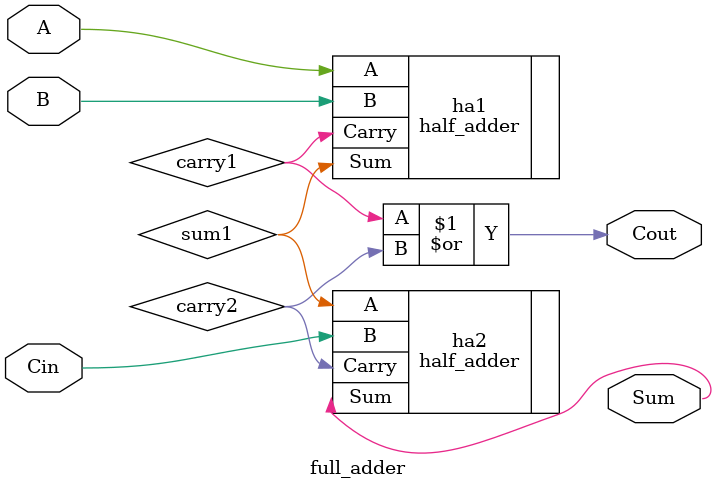
<source format=sv>
module full_adder (
    input A,
    input B,
    input Cin,
    output Sum,
    output Cout
);
    // Full adder built from two half adders and an OR gate
    // First half adder: A + B
    wire sum1, carry1;
    half_adder ha1 (
        .A(A),
        .B(B),
        .Sum(sum1),
        .Carry(carry1)
    );
    
    // Second half adder: sum1 + Cin
    wire carry2;
    half_adder ha2 (
        .A(sum1),
        .B(Cin),
        .Sum(Sum),
        .Carry(carry2)
    );
    
    // Output carry is OR of both half adder carries
    assign Cout = carry1 | carry2;
endmodule
</source>
